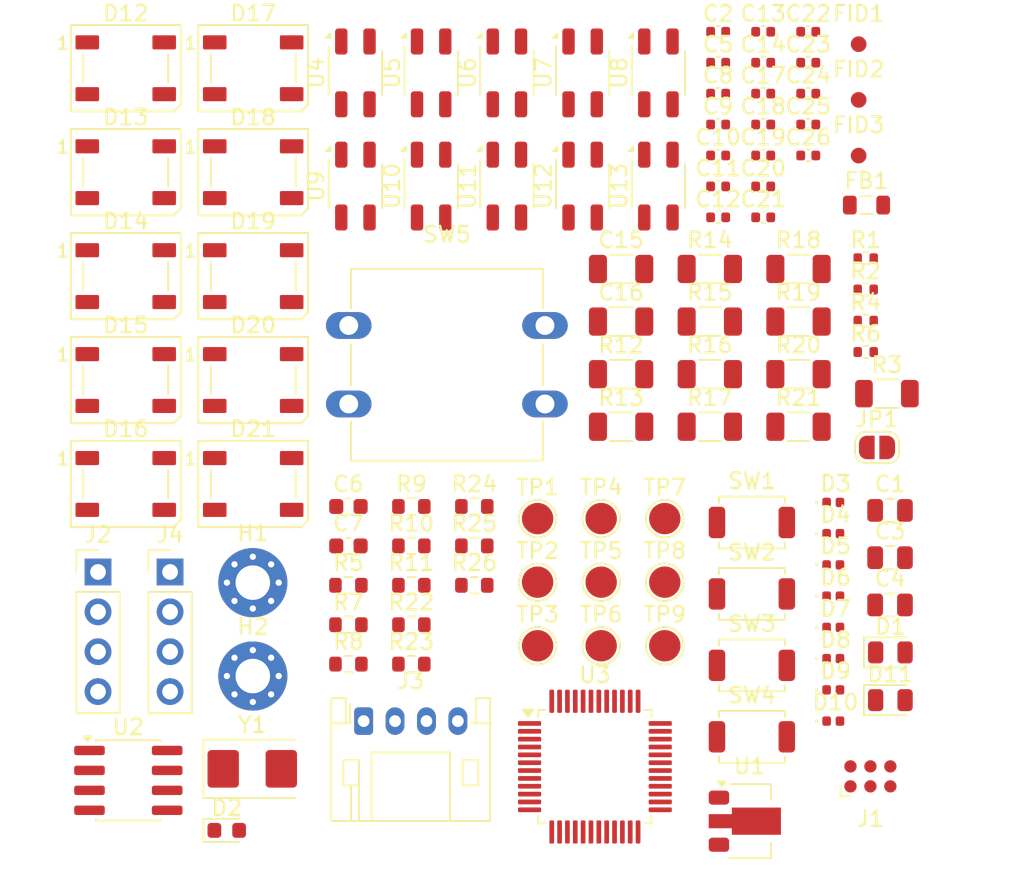
<source format=kicad_pcb>
(kicad_pcb (version 20241229) (generator "pcbnew") (generator_version "9.0")
  (layers (0 "F.Cu" signal) (2 "B.Cu" signal) (13 "F.Paste" user) (15 "B.Paste" user) (5 "F.SilkS" user "F.Silkscreen") (7 "B.SilkS" user "B.Silkscreen") (1 "F.Mask" user) (3 "B.Mask" user) (25 "Edge.Cuts" user))
  (net 0 "")
  (net 1 "+5V")
  (net 2 "GND")
  (net 3 "+3V3")
  (net 4 "/NRST")
  (net 5 "/XTAL_I")
  (net 6 "/XTAL_RO")
  (net 7 "Net-(U3-VDDA)")
  (net 8 "/LS1")
  (net 9 "/LS2")
  (net 10 "/LS3")
  (net 11 "/LS4")
  (net 12 "/LS5")
  (net 13 "/LS6")
  (net 14 "/LS7")
  (net 15 "/LS8")
  (net 16 "/LS9")
  (net 17 "/LS10")
  (net 18 "Net-(D1-A)")
  (net 19 "Net-(D2-A)")
  (net 20 "/SWO")
  (net 21 "/SWDIO")
  (net 22 "/SWCLK")
  (net 23 "/CANL")
  (net 24 "/CANH")
  (net 25 "Net-(D11-A)")
  (net 26 "/RGB1")
  (net 27 "Net-(D12-DOUT)")
  (net 28 "/RGB2")
  (net 29 "Net-(D13-DOUT)")
  (net 30 "Net-(D14-DOUT)")
  (net 31 "Net-(D15-DOUT)")
  (net 32 "Net-(D16-DOUT)")
  (net 33 "Net-(D17-DOUT)")
  (net 34 "Net-(D18-DOUT)")
  (net 35 "Net-(D19-DOUT)")
  (net 38 "Net-(J2-Pin_3)")
  (net 39 "Net-(J2-Pin_1)")
  (net 40 "Net-(J2-Pin_2)")
  (net 41 "Net-(J2-Pin_4)")
  (net 42 "/U0RXD")
  (net 43 "/U0TXD")
  (net 44 "Net-(JP1-B)")
  (net 45 "/BOOT")
  (net 46 "/XTAL_O")
  (net 47 "Net-(U3-PA15)")
  (net 48 "Net-(U4-A)")
  (net 49 "Net-(U5-A)")
  (net 50 "Net-(U6-A)")
  (net 51 "Net-(U7-A)")
  (net 52 "Net-(U8-A)")
  (net 53 "Net-(U9-A)")
  (net 54 "Net-(U10-A)")
  (net 55 "Net-(U11-A)")
  (net 56 "Net-(U12-A)")
  (net 57 "Net-(U13-A)")
  (net 58 "/BTN1")
  (net 59 "/BTN2")
  (net 60 "/CAN_RX")
  (net 61 "/CAN_TX")
  (net 72 "/EMS")
  (footprint "Capacitor_SMD:C_0402_1005Metric" (layer "F.Cu") (at 84.285 141.28)
    (property "Reference" "C8" (at 0 -1.16 0) (layer "F.SilkS"))
    (property "Value" "0u1")
    (pad "1" smd roundrect (at -0.48 0) (size 0.56 0.62) (layers "F.Cu" "F.Mask" "F.Paste") (net 3 "+3V3"))
    (pad "2" smd roundrect (at 0.48 0) (size 0.56 0.62) (layers "F.Cu" "F.Mask" "F.Paste") (net 2 "GND"))
  )
  (footprint "Button_Switch_SMD:SW_SPST_TS-1088-xR020" (layer "F.Cu") (at 86.435 173.15)
    (property "Reference" "SW2" (at 0 -2.65 0) (layer "F.SilkS"))
    (property "Value" "SW_Push")
    (pad "1" smd roundrect (at -2.225 0) (size 1.05 2) (layers "F.Cu" "F.Mask" "F.Paste") (roundrect_rratio 0.2380952381) (net 2 "GND"))
    (pad "2" smd roundrect (at 2.225 0) (size 1.05 2) (layers "F.Cu" "F.Mask" "F.Paste") (roundrect_rratio 0.2380952381) (net 58 "/BTN1"))
  )
  (footprint "Resistor_SMD:R_0603_1608Metric" (layer "F.Cu") (at 64.745 172.6)
    (property "Reference" "R11" (at 0 -1.43 0) (layer "F.SilkS"))
    (property "Value" "2k")
    (pad "1" smd roundrect (at -0.825 0) (size 0.8 0.95) (layers "F.Cu" "F.Mask" "F.Paste") (net 3 "+3V3"))
    (pad "2" smd roundrect (at 0.825 0) (size 0.8 0.95) (layers "F.Cu" "F.Mask" "F.Paste") (net 12 "/LS5"))
  )
  (footprint "LED_SMD:LED_0603_1608Metric" (layer "F.Cu") (at 52.985 188.21)
    (property "Reference" "D2" (at 0 -1.43 0) (layer "F.SilkS"))
    (property "Value" "WHITE")
    (pad "1" smd roundrect (at -0.7875 0) (size 0.875 0.95) (layers "F.Cu" "F.Mask" "F.Paste") (net 2 "GND"))
    (pad "2" smd roundrect (at 0.7875 0) (size 0.875 0.95) (layers "F.Cu" "F.Mask" "F.Paste") (net 19 "Net-(D2-A)"))
  )
  (footprint "Capacitor_SMD:C_0805_2012Metric" (layer "F.Cu") (at 95.235 173.85)
    (property "Reference" "C4" (at 0 -1.68 0) (layer "F.SilkS"))
    (property "Value" "10u")
    (pad "1" smd roundrect (at -0.95 0) (size 1 1.45) (layers "F.Cu" "F.Mask" "F.Paste") (net 3 "+3V3"))
    (pad "2" smd roundrect (at 0.95 0) (size 1 1.45) (layers "F.Cu" "F.Mask" "F.Paste") (net 2 "GND"))
  )
  (footprint "Connector:Tag-Connect_TC2030-IDC-NL_2x03_P1.27mm_Vertical" (layer "F.Cu") (at 93.985 184.77)
    (property "Reference" "J1" (at 0 2.7 0) (layer "F.SilkS"))
    (property "Value" "TC2030")
    (pad "" np_thru_hole circle (at -2.54 0) (size 0.9906 0.9906) (drill 0.9906) (layers "*.Cu" "*.Mask"))
    (pad "" np_thru_hole circle (at 2.54 -1.016) (size 0.9906 0.9906) (drill 0.9906) (layers "*.Cu" "*.Mask"))
    (pad "" np_thru_hole circle (at 2.54 1.016) (size 0.9906 0.9906) (drill 0.9906) (layers "*.Cu" "*.Mask"))
    (pad "1" connect circle (at -1.27 0.635) (size 0.7874 0.7874) (layers "F.Cu" "F.Mask") (net 3 "+3V3"))
    (pad "2" connect circle (at -1.27 -0.635) (size 0.7874 0.7874) (layers "F.Cu" "F.Mask") (net 21 "/SWDIO"))
    (pad "3" connect circle (at 0 0.635) (size 0.7874 0.7874) (layers "F.Cu" "F.Mask") (net 4 "/NRST"))
    (pad "4" connect circle (at 0 -0.635) (size 0.7874 0.7874) (layers "F.Cu" "F.Mask") (net 22 "/SWCLK"))
    (pad "5" connect circle (at 1.27 0.635) (size 0.7874 0.7874) (layers "F.Cu" "F.Mask") (net 2 "GND"))
    (pad "6" connect circle (at 1.27 -0.635) (size 0.7874 0.7874) (layers "F.Cu" "F.Mask") (net 20 "/SWO"))
  )
  (footprint "Capacitor_SMD:C_1206_3216Metric" (layer "F.Cu") (at 83.755 152.45)
    (property "Reference" "R14" (at 0 -1.85 0) (layer "F.SilkS"))
    (property "Value" "100")
    (pad "1" smd roundrect (at -1.475 0) (size 1.15 1.8) (layers "F.Cu" "F.Mask" "F.Paste") (roundrect_rratio 0.217391) (net 50 "Net-(U6-A)"))
    (pad "2" smd roundrect (at 1.475 0) (size 1.15 1.8) (layers "F.Cu" "F.Mask" "F.Paste") (roundrect_rratio 0.217391) (net 1 "+5V"))
  )
  (footprint "Capacitor_SMD:C_0402_1005Metric" (layer "F.Cu") (at 84.285 137.34)
    (property "Reference" "C2" (at 0 -1.16 0) (layer "F.SilkS"))
    (property "Value" "0u1")
    (pad "1" smd roundrect (at -0.48 0) (size 0.56 0.62) (layers "F.Cu" "F.Mask" "F.Paste") (net 3 "+3V3"))
    (pad "2" smd roundrect (at 0.48 0) (size 0.56 0.62) (layers "F.Cu" "F.Mask" "F.Paste") (net 2 "GND"))
  )
  (footprint "LED_SMD:LED_WS2812B_PLCC4_5.0x5.0mm_P3.2mm" (layer "F.Cu") (at 46.55 159.525)
    (property "Reference" "D15" (at 0 -3.5 0) (layer "F.SilkS"))
    (property "Value" "WS2812B")
    (fp_text user "1" (at -4 -1.6 0) (layer "F.SilkS") (effects (font (size 0.8 0.8))))
    (pad "1" smd roundrect (at -2.45 -1.65) (size 1.5 0.9) (layers "F.Cu" "F.Mask" "F.Paste") (roundrect_rratio 0.1) (net 1 "+5V"))
    (pad "2" smd roundrect (at -2.45 1.65) (size 1.5 0.9) (layers "F.Cu" "F.Mask" "F.Paste") (roundrect_rratio 0.1) (net 31 "Net-(D15-DOUT)"))
    (pad "3" smd roundrect (at 2.45 1.65) (size 1.5 0.9) (layers "F.Cu" "F.Mask" "F.Paste") (roundrect_rratio 0.1) (net 2 "GND"))
    (pad "4" smd roundrect (at 2.45 -1.65) (size 1.5 0.9) (layers "F.Cu" "F.Mask" "F.Paste") (roundrect_rratio 0.1) (net 29 "Net-(D13-DOUT)"))
  )
  (footprint "LED_SMD:LED_WS2812B_PLCC4_5.0x5.0mm_P3.2mm" (layer "F.Cu") (at 54.67 146.285)
    (property "Reference" "D18" (at 0 -3.5 0) (layer "F.SilkS"))
    (property "Value" "WS2812B")
    (fp_text user "1" (at -4 -1.6 0) (layer "F.SilkS") (effects (font (size 0.8 0.8))))
    (pad "1" smd roundrect (at -2.45 -1.65) (size 1.5 0.9) (layers "F.Cu" "F.Mask" "F.Paste") (roundrect_rratio 0.1) (net 1 "+5V"))
    (pad "2" smd roundrect (at -2.45 1.65) (size 1.5 0.9) (layers "F.Cu" "F.Mask" "F.Paste") (roundrect_rratio 0.1) (net 34 "Net-(D18-DOUT)"))
    (pad "3" smd roundrect (at 2.45 1.65) (size 1.5 0.9) (layers "F.Cu" "F.Mask" "F.Paste") (roundrect_rratio 0.1) (net 2 "GND"))
    (pad "4" smd roundrect (at 2.45 -1.65) (size 1.5 0.9) (layers "F.Cu" "F.Mask" "F.Paste") (roundrect_rratio 0.1) (net 32 "Net-(D16-DOUT)"))
  )
  (footprint "Capacitor_SMD:C_0805_2012Metric" (layer "F.Cu") (at 95.235 170.84)
    (property "Reference" "C3" (at 0 -1.68 0) (layer "F.SilkS"))
    (property "Value" "10u")
    (pad "1" smd roundrect (at -0.95 0) (size 1 1.45) (layers "F.Cu" "F.Mask" "F.Paste") (net 3 "+3V3"))
    (pad "2" smd roundrect (at 0.95 0) (size 1 1.45) (layers "F.Cu" "F.Mask" "F.Paste") (net 2 "GND"))
  )
  (footprint "Capacitor_SMD:C_0402_1005Metric" (layer "F.Cu") (at 87.155 145.22)
    (property "Reference" "C19" (at 0 -1.16 0) (layer "F.SilkS"))
    (property "Value" "0u1")
    (pad "1" smd roundrect (at -0.48 0) (size 0.56 0.62) (layers "F.Cu" "F.Mask" "F.Paste") (net 10 "/LS3"))
    (pad "2" smd roundrect (at 0.48 0) (size 0.56 0.62) (layers "F.Cu" "F.Mask" "F.Paste") (net 2 "GND"))
  )
  (footprint "Capacitor_SMD:C_0402_1005Metric" (layer "F.Cu") (at 84.285 139.31)
    (property "Reference" "C5" (at 0 -1.16 0) (layer "F.SilkS"))
    (property "Value" "0u1")
    (pad "1" smd roundrect (at -0.48 0) (size 0.56 0.62) (layers "F.Cu" "F.Mask" "F.Paste") (net 4 "/NRST"))
    (pad "2" smd roundrect (at 0.48 0) (size 0.56 0.62) (layers "F.Cu" "F.Mask" "F.Paste") (net 2 "GND"))
  )
  (footprint "Resistor_SMD:R_0603_1608Metric" (layer "F.Cu") (at 64.745 175.11)
    (property "Reference" "R22" (at 0 -1.43 0) (layer "F.SilkS"))
    (property "Value" "2k")
    (pad "1" smd roundrect (at -0.825 0) (size 0.8 0.95) (layers "F.Cu" "F.Mask" "F.Paste") (net 3 "+3V3"))
    (pad "2" smd roundrect (at 0.825 0) (size 0.8 0.95) (layers "F.Cu" "F.Mask" "F.Paste") (net 13 "/LS6"))
  )
  (footprint "Fiducial:Fiducial_1mm_Mask2mm" (layer "F.Cu") (at 93.235 141.68)
    (property "Reference" "FID2" (at 0 -1.95 0) (layer "F.SilkS"))
    (property "Value" "Fiducial")
    (pad "" smd circle (at 0 0) (size 1 1) (layers "F.Cu" "F.Mask") (clearance 0.6))
  )
  (footprint "LED_SMD:LED_WS2812B_PLCC4_5.0x5.0mm_P3.2mm" (layer "F.Cu") (at 46.55 152.905)
    (property "Reference" "D14" (at 0 -3.5 0) (layer "F.SilkS"))
    (property "Value" "WS2812B")
    (fp_text user "1" (at -4 -1.6 0) (layer "F.SilkS") (effects (font (size 0.8 0.8))))
    (pad "1" smd roundrect (at -2.45 -1.65) (size 1.5 0.9) (layers "F.Cu" "F.Mask" "F.Paste") (roundrect_rratio 0.1) (net 1 "+5V"))
    (pad "2" smd roundrect (at -2.45 1.65) (size 1.5 0.9) (layers "F.Cu" "F.Mask" "F.Paste") (roundrect_rratio 0.1) (net 30 "Net-(D14-DOUT)"))
    (pad "3" smd roundrect (at 2.45 1.65) (size 1.5 0.9) (layers "F.Cu" "F.Mask" "F.Paste") (roundrect_rratio 0.1) (net 2 "GND"))
    (pad "4" smd roundrect (at 2.45 -1.65) (size 1.5 0.9) (layers "F.Cu" "F.Mask" "F.Paste") (roundrect_rratio 0.1) (net 27 "Net-(D12-DOUT)"))
  )
  (footprint "Capacitor_SMD:C_1206_3216Metric" (layer "F.Cu") (at 89.405 155.8)
    (property "Reference" "R19" (at 0 -1.85 0) (layer "F.SilkS"))
    (property "Value" "100")
    (pad "1" smd roundrect (at -1.475 0) (size 1.15 1.8) (layers "F.Cu" "F.Mask" "F.Paste") (roundrect_rratio 0.217391) (net 55 "Net-(U11-A)"))
    (pad "2" smd roundrect (at 1.475 0) (size 1.15 1.8) (layers "F.Cu" "F.Mask" "F.Paste") (roundrect_rratio 0.217391) (net 1 "+5V"))
  )
  (footprint "OptoDevice:OnSemi_CASE100CY" (layer "F.Cu") (at 61.18 139.96)
    (property "Reference" "U4" (at -2.5 0 90) (layer "F.SilkS"))
    (property "Value" "QRE1113GR")
    (pad "1" smd roundrect (at -0.9 -2) (size 0.79 1.66) (layers "F.Cu" "F.Mask" "F.Paste") (net 48 "Net-(U4-A)"))
    (pad "2" smd roundrect (at -0.9 2) (size 0.79 1.66) (layers "F.Cu" "F.Mask" "F.Paste") (net 2 "GND"))
    (pad "3" smd roundrect (at 0.9 2) (size 0.79 1.66) (layers "F.Cu" "F.Mask" "F.Paste") (net 8 "/LS1"))
    (pad "4" smd roundrect (at 0.9 -2) (size 0.79 1.66) (layers "F.Cu" "F.Mask" "F.Paste") (net 2 "GND"))
  )
  (footprint "Resistor_SMD:R_1206_3216Metric" (layer "F.Cu") (at 95.035 160.39)
    (property "Reference" "R3" (at 0 -1.83 0) (layer "F.SilkS"))
    (property "Value" "120")
    (pad "1" smd roundrect (at -1.4625 0) (size 1.125 1.75) (layers "F.Cu" "F.Mask" "F.Paste") (roundrect_rratio 0.222222) (net 24 "/CANH"))
    (pad "2" smd roundrect (at 1.4625 0) (size 1.125 1.75) (layers "F.Cu" "F.Mask" "F.Paste") (roundrect_rratio 0.222222) (net 44 "Net-(JP1-B)"))
  )
  (footprint "OptoDevice:OnSemi_CASE100CY" (layer "F.Cu") (at 61.18 147.17)
    (property "Reference" "U9" (at -2.5 0 90) (layer "F.SilkS"))
    (property "Value" "QRE1113GR")
    (pad "1" smd roundrect (at -0.9 -2) (size 0.79 1.66) (layers "F.Cu" "F.Mask" "F.Paste") (net 53 "Net-(U9-A)"))
    (pad "2" smd roundrect (at -0.9 2) (size 0.79 1.66) (layers "F.Cu" "F.Mask" "F.Paste") (net 2 "GND"))
    (pad "3" smd roundrect (at 0.9 2) (size 0.79 1.66) (layers "F.Cu" "F.Mask" "F.Paste") (net 13 "/LS6"))
    (pad "4" smd roundrect (at 0.9 -2) (size 0.79 1.66) (layers "F.Cu" "F.Mask" "F.Paste") (net 2 "GND"))
  )
  (footprint "MountingHole:ToolingHole_1.152mm" (layer "F.Cu") (at 96.365 152)
    (property "Reference" "H3" (hide yes))
    (property "Value" "MountingHole")
    (pad "" np_thru_hole circle (at 0 0) (size 1.152 1.152) (drill 1.152) (layers "*.Cu" "*.Mask"))
  )
  (footprint "OptoDevice:OnSemi_CASE100CY" (layer "F.Cu") (at 75.655 139.96)
    (property "Reference" "U7" (at -2.5 0 90) (layer "F.SilkS"))
    (property "Value" "QRE1113GR")
    (pad "1" smd roundrect (at -0.9 -2) (size 0.79 1.66) (layers "F.Cu" "F.Mask" "F.Paste") (net 51 "Net-(U7-A)"))
    (pad "2" smd roundrect (at -0.9 2) (size 0.79 1.66) (layers "F.Cu" "F.Mask" "F.Paste") (net 2 "GND"))
    (pad "3" smd roundrect (at 0.9 2) (size 0.79 1.66) (layers "F.Cu" "F.Mask" "F.Paste") (net 11 "/LS4"))
    (pad "4" smd roundrect (at 0.9 -2) (size 0.79 1.66) (layers "F.Cu" "F.Mask" "F.Paste") (net 2 "GND"))
  )
  (footprint "Capacitor_SMD:C_0402_1005Metric" (layer "F.Cu") (at 87.155 141.28)
    (property "Reference" "C17" (at 0 -1.16 0) (layer "F.SilkS"))
    (property "Value" "0u1")
    (pad "1" smd roundrect (at -0.48 0) (size 0.56 0.62) (layers "F.Cu" "F.Mask" "F.Paste") (net 8 "/LS1"))
    (pad "2" smd roundrect (at 0.48 0) (size 0.56 0.62) (layers "F.Cu" "F.Mask" "F.Paste") (net 2 "GND"))
  )
  (footprint "LED_SMD:LED_WS2812B_PLCC4_5.0x5.0mm_P3.2mm" (layer "F.Cu") (at 54.67 166.145)
    (property "Reference" "D21" (at 0 -3.5 0) (layer "F.SilkS"))
    (property "Value" "WS2812B")
    (fp_text user "1" (at -4 -1.6 0) (layer "F.SilkS") (effects (font (size 0.8 0.8))))
    (pad "1" smd roundrect (at -2.45 -1.65) (size 1.5 0.9) (layers "F.Cu" "F.Mask" "F.Paste") (roundrect_rratio 0.1) (net 1 "+5V"))
    (pad "2" smd roundrect (at -2.45 1.65) (size 1.5 0.9) (layers "F.Cu" "F.Mask" "F.Paste") (roundrect_rratio 0.1))
    (pad "3" smd roundrect (at 2.45 1.65) (size 1.5 0.9) (layers "F.Cu" "F.Mask" "F.Paste") (roundrect_rratio 0.1) (net 2 "GND"))
    (pad "4" smd roundrect (at 2.45 -1.65) (size 1.5 0.9) (layers "F.Cu" "F.Mask" "F.Paste") (roundrect_rratio 0.1) (net 35 "Net-(D19-DOUT)"))
  )
  (footprint "TestPoint:TestPoint_Pad_D2.0mm" (layer "F.Cu") (at 76.835 172.4)
    (property "Reference" "TP5" (at 0 -1.998 0) (layer "F.SilkS"))
    (property "Value" "TestPoint")
    (pad "1" smd circle (at 0 0) (size 2 2) (layers "F.Cu" "F.Mask") (net 4 "/NRST"))
  )
  (footprint "Resistor_SMD:R_0603_1608Metric" (layer "F.Cu") (at 64.745 170.09)
    (property "Reference" "R10" (at 0 -1.43 0) (layer "F.SilkS"))
    (property "Value" "2k")
    (pad "1" smd roundrect (at -0.825 0) (size 0.8 0.95) (layers "F.Cu" "F.Mask" "F.Paste") (net 3 "+3V3"))
    (pad "2" smd roundrect (at 0.825 0) (size 0.8 0.95) (layers "F.Cu" "F.Mask" "F.Paste") (net 11 "/LS4"))
  )
  (footprint "Jumper:SolderJumper-2_P1.3mm_Open_RoundedPad1.0x1.5mm" (layer "F.Cu") (at 94.405 163.82)
    (property "Reference" "JP1" (at 0 -1.8 0) (layer "F.SilkS"))
    (property "Value" "Jumper_2_Small_Bridged")
    (pad "1" smd custom (at -0.65 0) (size 1 0.5) (layers "F.Cu" "F.Mask") (net 23 "/CANL") (options (clearance outline) (anchor rect)) (primitives (gr_circle (center 0 0.25) (end 0.5 0.25) (width 0) (fill yes)) (gr_circle (center 0 -0.25) (end 0.5 -0.25) (width 0) (fill yes)) (gr_poly (pts (xy 0.5 0.75) (xy 0 0.75) (xy 0 -0.75) (xy 0.5 -0.75)) (width 0) (fill yes))))
    (pad "2" smd custom (at 0.65 0) (size 1 0.5) (layers "F.Cu" "F.Mask") (net 44 "Net-(JP1-B)") (options (clearance outline) (anchor rect)) (primitives (gr_circle (center 0 0.25) (end 0.5 0.25) (width 0) (fill yes)) (gr_circle (center 0 -0.25) (end 0.5 -0.25) (width 0) (fill yes)) (gr_poly (pts (xy 0 0.75) (xy -0.5 0.75) (xy -0.5 -0.75) (xy 0 -0.75)) (width 0) (fill yes))))
  )
  (footprint "TestPoint:TestPoint_Pad_D2.0mm" (layer "F.Cu") (at 76.835 168.35)
    (property "Reference" "TP4" (at 0 -1.998 0) (layer "F.SilkS"))
    (property "Value" "TestPoint")
    (pad "1" smd circle (at 0 0) (size 2 2) (layers "F.Cu" "F.Mask") (net 17 "/LS10"))
  )
  (footprint "Crystal:Crystal_SMD_5032-2Pin_5.0x3.2mm" (layer "F.Cu") (at 54.61 184.29)
    (property "Reference" "Y1" (at 0 -2.8 0) (layer "F.SilkS"))
    (property "Value" "8M")
    (pad "1" smd roundrect (at -1.85 0) (size 2 2.4) (layers "F.Cu" "F.Mask" "F.Paste") (roundrect_rratio 0.125) (net 6 "/XTAL_RO"))
    (pad "2" smd roundrect (at 1.85 0) (size 2 2.4) (layers "F.Cu" "F.Mask" "F.Paste") (roundrect_rratio 0.125) (net 5 "/XTAL_I"))
  )
  (footprint "Connector_PinHeader_2.54mm:PinHeader_1x04_P2.54mm_Vertical" (layer "F.Cu") (at 49.375 171.75)
    (property "Reference" "J4" (at 0 -2.38 0) (layer "F.SilkS"))
    (property "Value" "Conn_01x04_Pin")
    (pad "1" thru_hole rect (at 0 0) (size 1.7 1.7) (drill 1) (layers "*.Cu" "*.Mask") (net 3 "+3V3"))
    (pad "2" thru_hole circle (at 0 2.54) (size 1.7 1.7) (drill 1) (layers "*.Cu" "*.Mask") (net 42 "/U0RXD"))
    (pad "3" thru_hole circle (at 0 5.08) (size 1.7 1.7) (drill 1) (layers "*.Cu" "*.Mask") (net 2 "GND"))
    (pad "4" thru_hole circle (at 0 7.62) (size 1.7 1.7) (drill 1) (layers "*.Cu" "*.Mask") (net 43 "/U0TXD"))
  )
  (footprint "Package_QFP:LQFP-48_7x7mm_P0.5mm" (layer "F.Cu") (at 76.435 184.15)
    (property "Reference" "U3" (at 0 -5.85 0) (layer "F.SilkS"))
    (property "Value" "STM32F103C8Tx")
    (pad "1" smd roundrect (at -4.1625 -2.75) (size 1.475 0.3) (layers "F.Cu" "F.Mask" "F.Paste") (net 3 "+3V3"))
    (pad "2" smd roundrect (at -4.1625 -2.25) (size 1.475 0.3) (layers "F.Cu" "F.Mask" "F.Paste"))
    (pad "3" smd roundrect (at -4.1625 -1.75) (size 1.475 0.3) (layers "F.Cu" "F.Mask" "F.Paste"))
    (pad "4" smd roundrect (at -4.1625 -1.25) (size 1.475 0.3) (layers "F.Cu" "F.Mask" "F.Paste"))
    (pad "5" smd roundrect (at -4.1625 -0.75) (size 1.475 0.3) (layers "F.Cu" "F.Mask" "F.Paste") (net 5 "/XTAL_I"))
    (pad "6" smd roundrect (at -4.1625 -0.25) (size 1.475 0.3) (layers "F.Cu" "F.Mask" "F.Paste") (net 46 "/XTAL_O"))
    (pad "7" smd roundrect (at -4.1625 0.25) (size 1.475 0.3) (layers "F.Cu" "F.Mask" "F.Paste") (net 4 "/NRST"))
    (pad "8" smd roundrect (at -4.1625 0.75) (size 1.475 0.3) (layers "F.Cu" "F.Mask" "F.Paste") (net 2 "GND"))
    (pad "9" smd roundrect (at -4.1625 1.25) (size 1.475 0.3) (layers "F.Cu" "F.Mask" "F.Paste") (net 7 "Net-(U3-VDDA)"))
    (pad "10" smd roundrect (at -4.1625 1.75) (size 1.475 0.3) (layers "F.Cu" "F.Mask" "F.Paste") (net 8 "/LS1"))
    (pad "11" smd roundrect (at -4.1625 2.25) (size 1.475 0.3) (layers "F.Cu" "F.Mask" "F.Paste") (net 9 "/LS2"))
    (pad "12" smd roundrect (at -4.1625 2.75) (size 1.475 0.3) (layers "F.Cu" "F.Mask" "F.Paste") (net 10 "/LS3"))
    (pad "13" smd roundrect (at -2.75 4.1625) (size 0.3 1.475) (layers "F.Cu" "F.Mask" "F.Paste") (net 11 "/LS4"))
    (pad "14" smd roundrect (at -2.25 4.1625) (size 0.3 1.475) (layers "F.Cu" "F.Mask" "F.Paste") (net 12 "/LS5"))
    (pad "15" smd roundrect (at -1.75 4.1625) (size 0.3 1.475) (layers "F.Cu" "F.Mask" "F.Paste") (net 13 "/LS6"))
    (pad "16" smd roundrect (at -1.25 4.1625) (size 0.3 1.475) (layers "F.Cu" "F.Mask" "F.Paste") (net 14 "/LS7"))
    (pad "17" smd roundrect (at -0.75 4.1625) (size 0.3 1.475) (layers "F.Cu" "F.Mask" "F.Paste") (net 15 "/LS8"))
    (pad "18" smd roundrect (at -0.25 4.1625) (size 0.3 1.475) (layers "F.Cu" "F.Mask" "F.Paste") (net 16 "/LS9"))
    (pad "19" smd roundrect (at 0.25 4.1625) (size 0.3 1.475) (layers "F.Cu" "F.Mask" "F.Paste") (net 17 "/LS10"))
    (pad "20" smd roundrect (at 0.75 4.1625) (size 0.3 1.475) (layers "F.Cu" "F.Mask" "F.Paste"))
    (pad "21" smd roundrect (at 1.25 4.1625) (size 0.3 1.475) (layers "F.Cu" "F.Mask" "F.Paste") (net 38 "Net-(J2-Pin_3)"))
    (pad "22" smd roundrect (at 1.75 4.1625) (size 0.3 1.475) (layers "F.Cu" "F.Mask" "F.Paste") (net 41 "Net-(J2-Pin_4)"))
    (pad "23" smd roundrect (at 2.25 4.1625) (size 0.3 1.475) (layers "F.Cu" "F.Mask" "F.Paste") (net 2 "GND"))
    (pad "24" smd roundrect (at 2.75 4.1625) (size 0.3 1.475) (layers "F.Cu" "F.Mask" "F.Paste") (net 3 "+3V3"))
    (pad "25" smd roundrect (at 4.1625 2.75) (size 1.475 0.3) (layers "F.Cu" "F.Mask" "F.Paste") (net 26 "/RGB1"))
    (pad "26" smd roundrect (at 4.1625 2.25) (size 1.475 0.3) (layers "F.Cu" "F.Mask" "F.Paste") (net 28 "/RGB2"))
    (pad "27" smd roundrect (at 4.1625 1.75) (size 1.475 0.3) (layers "F.Cu" "F.Mask" "F.Paste"))
    (pad "28" smd roundrect (at 4.1625 1.25) (size 1.475 0.3) (layers "F.Cu" "F.Mask" "F.Paste"))
    (pad "29" smd roundrect (at 4.1625 0.75) (size 1.475 0.3) (layers "F.Cu" "F.Mask" "F.Paste"))
    (pad "30" smd roundrect (at 4.1625 0.25) (size 1.475 0.3) (layers "F.Cu" "F.Mask" "F.Paste") (net 43 "/U0TXD"))
    (pad "31" smd roundrect (at 4.1625 -0.25) (size 1.475 0.3) (layers "F.Cu" "F.Mask" "F.Paste") (net 42 "/U0RXD"))
    (pad "32" smd roundrect (at 4.1625 -0.75) (size 1.475 0.3) (layers "F.Cu" "F.Mask" "F.Paste") (net 60 "/CAN_RX"))
    (pad "33" smd roundrect (at 4.1625 -1.25) (size 1.475 0.3) (layers "F.Cu" "F.Mask" "F.Paste") (net 61 "/CAN_TX"))
    (pad "34" smd roundrect (at 4.1625 -1.75) (size 1.475 0.3) (layers "F.Cu" "F.Mask" "F.Paste") (net 21 "/SWDIO"))
    (pad "35" smd roundrect (at 4.1625 -2.25) (size 1.475 0.3) (layers "F.Cu" "F.Mask" "F.Paste") (net 2 "GND"))
    (pad "36" smd roundrect (at 4.1625 -2.75) (size 1.475 0.3) (layers "F.Cu" "F.Mask" "F.Paste") (net 3 "+3V3"))
    (pad "37" smd roundrect (at 2.75 -4.1625) (size 0.3 1.475) (layers "F.Cu" "F.Mask" "F.Paste") (net 22 "/SWCLK"))
    (pad "38" smd roundrect (at 2.25 -4.1625) (size 0.3 1.475) (layers "F.Cu" "F.Mask" "F.Paste") (net 47 "Net-(U3-PA15)"))
    (pad "39" smd roundrect (at 1.75 -4.1625) (size 0.3 1.475) (layers "F.Cu" "F.Mask" "F.Paste") (net 20 "/SWO"))
    (pad "40" smd roundrect (at 1.25 -4.1625) (size 0.3 1.475) (layers "F.Cu" "F.Mask" "F.Paste"))
    (pad "41" smd roundrect (at 0.75 -4.1625) (size 0.3 1.475) (layers "F.Cu" "F.Mask" "F.Paste"))
    (pad "42" smd roundrect (at 0.25 -4.1625) (size 0.3 1.475) (layers "F.Cu" "F.Mask" "F.Paste") (net 59 "/BTN2"))
    (pad "43" smd roundrect (at -0.25 -4.1625) (size 0.3 1.475) (layers "F.Cu" "F.Mask" "F.Paste") (net 58 "/BTN1"))
    (pad "44" smd roundrect (at -0.75 -4.1625) (size 0.3 1.475) (layers "F.Cu" "F.Mask" "F.Paste") (net 45 "/BOOT"))
    (pad "45" smd roundrect (at -1.25 -4.1625) (size 0.3 1.475) (layers "F.Cu" "F.Mask" "F.Paste") (net 39 "Net-(J2-Pin_1)"))
    (pad "46" smd roundrect (at -1.75 -4.1625) (size 0.3 1.475) (layers "F.Cu" "F.Mask" "F.Paste") (net 40 "Net-(J2-Pin_2)"))
    (pad "47" smd roundrect (at -2.25 -4.1625) (size 0.3 1.475) (layers "F.Cu" "F.Mask" "F.Paste") (net 2 "GND"))
    (pad "48" smd roundrect (at -2.75 -4.1625) (size 0.3 1.475) (layers "F.Cu" "F.Mask" "F.Paste") (net 3 "+3V3"))
  )
  (footprint "Capacitor_SMD:C_1206_3216Metric" (layer "F.Cu") (at 78.105 162.5)
    (property "Reference" "R13" (at 0 -1.85 0) (layer "F.SilkS"))
    (property "Value" "100")
    (pad "1" smd roundrect (at -1.475 0) (size 1.15 1.8) (layers "F.Cu" "F.Mask" "F.Paste") (roundrect_rratio 0.217391) (net 49 "Net-(U5-A)"))
    (pad "2" smd roundrect (at 1.475 0) (size 1.15 1.8) (layers "F.Cu" "F.Mask" "F.Paste") (roundrect_rratio 0.217391) (net 1 "+5V"))
  )
  (footprint "Capacitor_SMD:C_0603_1608Metric" (layer "F.Cu") (at 60.735 170.09)
    (property "Reference" "C7" (at 0 -1.43 0) (layer "F.SilkS"))
    (property "Value" "20p")
    (pad "1" smd roundrect (at -0.775 0) (size 0.9 0.95) (layers "F.Cu" "F.Mask" "F.Paste") (net 6 "/XTAL_RO"))
    (pad "2" smd roundrect (at 0.775 0) (size 0.9 0.95) (layers "F.Cu" "F.Mask" "F.Paste") (net 2 "GND"))
  )
  (footprint "MountingHole:MountingHole_2.2mm_M2_Pad_Via" (layer "F.Cu") (at 54.645 172.43)
    (property "Reference" "H1" (at 0 -3.15 0) (layer "F.SilkS"))
    (property "Value" "MountingHole_Pad")
    (pad "1" thru_hole circle (at -1.65 0) (size 0.7 0.7) (drill 0.4) (layers "*.Cu" "*.Mask") (net 2 "GND"))
    (pad "1" thru_hole circle (at -1.166726 -1.166726) (size 0.7 0.7) (drill 0.4) (layers "*.Cu" "*.Mask") (net 2 "GND"))
    (pad "1" thru_hole circle (at -1.166726 1.166726) (size 0.7 0.7) (drill 0.4) (layers "*.Cu" "*.Mask") (net 2 "GND"))
    (pad "1" thru_hole circle (at 0 -1.65) (size 0.7 0.7) (drill 0.4) (layers "*.Cu" "*.Mask") (net 2 "GND"))
    (pad "1" thru_hole circle (at 0 0) (size 4.4 4.4) (drill 2.2) (layers "*.Cu" "*.Mask") (net 2 "GND"))
    (pad "1" thru_hole circle (at 0 1.65) (size 0.7 0.7) (drill 0.4) (layers "*.Cu" "*.Mask") (net 2 "GND"))
    (pad "1" thru_hole circle (at 1.166726 -1.166726) (size 0.7 0.7) (drill 0.4) (layers "*.Cu" "*.Mask") (net 2 "GND"))
    (pad "1" thru_hole circle (at 1.166726 1.166726) (size 0.7 0.7) (drill 0.4) (layers "*.Cu" "*.Mask") (net 2 "GND"))
    (pad "1" thru_hole circle (at 1.65 0) (size 0.7 0.7) (drill 0.4) (layers "*.Cu" "*.Mask") (net 2 "GND"))
  )
  (footprint "Capacitor_SMD:C_0402_1005Metric" (layer "F.Cu") (at 87.155 139.31)
    (property "Reference" "C14" (at 0 -1.16 0) (layer "F.SilkS"))
    (property "Value" "10n")
    (pad "1" smd roundrect (at -0.48 0) (size 0.56 0.62) (layers "F.Cu" "F.Mask" "F.Paste") (net 7 "Net-(U3-VDDA)"))
    (pad "2" smd roundrect (at 0.48 0) (size 0.56 0.62) (layers "F.Cu" "F.Mask" "F.Paste") (net 2 "GND"))
  )
  (footprint "GLCS:Diode_DFN1006" (layer "F.Cu") (at 91.62 173.29)
    (property "Reference" "D6" (at 0.14 -1.2 0) (layer "F.SilkS"))
    (property "Value" "H5VU10U")
    (pad "1" smd roundrect (at -0.425 0) (size 0.55 0.6) (layers "F.Cu" "F.Mask" "F.Paste") (net 4 "/NRST"))
    (pad "2" smd roundrect (at 0.425 0) (size 0.55 0.6) (layers "F.Cu" "F.Mask" "F.Paste") (net 2 "GND"))
  )
  (footprint "Button_Switch_THT:SW_SPST_Omron_B3F-40xx" (layer "F.Cu") (at 60.755 156.05)
    (property "Reference" "SW5" (at 6.25 -5.8 0) (layer "F.SilkS"))
    (property "Value" "SW_Push")
    (pad "" np_thru_hole circle (at 6.25 -2) (size 1.8 1.8) (drill 1.8) (layers "*.Cu" "*.Mask"))
    (pad "" np_thru_hole circle (at 6.25 7) (size 1.8 1.8) (drill 1.8) (layers "*.Cu" "*.Mask"))
    (pad "1" thru_hole oval (at 0 0) (size 2.9 1.7) (drill 1.2) (layers "*.Cu" "*.Mask") (net 2 "GND"))
    (pad "1" thru_hole oval (at 12.5 0) (size 2.9 1.7) (drill 1.2) (layers "*.Cu" "*.Mask") (net 2 "GND"))
    (pad "2" thru_hole oval (at 0 5) (size 2.9 1.7) (drill 1.2) (layers "*.Cu" "*.Mask") (net 72 "/EMS"))
    (pad "2" thru_hole oval (at 12.5 5) (size 2.9 1.7) (drill 1.2) (layers "*.Cu" "*.Mask") (net 72 "/EMS"))
  )
  (footprint "Button_Switch_SMD:SW_SPST_TS-1088-xR020" (layer "F.Cu") (at 86.435 177.7)
    (property "Reference" "SW3" (at 0 -2.65 0) (layer "F.SilkS"))
    (property "Value" "SW_Push")
    (pad "1" smd roundrect (at -2.225 0) (size 1.05 2) (layers "F.Cu" "F.Mask" "F.Paste") (roundrect_rratio 0.2380952381) (net 2 "GND"))
    (pad "2" smd roundrect (at 2.225 0) (size 1.05 2) (layers "F.Cu" "F.Mask" "F.Paste") (roundrect_rratio 0.2380952381) (net 59 "/BTN2"))
  )
  (footprint "OptoDevice:OnSemi_CASE100CY" (layer "F.Cu") (at 75.655 147.17)
    (property "Reference" "U12" (at -2.5 0 90) (layer "F.SilkS"))
    (property "Value" "QRE1113GR")
    (pad "1" smd roundrect (at -0.9 -2) (size 0.79 1.66) (layers "F.Cu" "F.Mask" "F.Paste") (net 56 "Net-(U12-A)"))
    (pad "2" smd roundrect (at -0.9 2) (size 0.79 1.66) (layers "F.Cu" "F.Mask" "F.Paste") (net 2 "GND"))
    (pad "3" smd roundrect (at 0.9 2) (size 0.79 1.66) (layers "F.Cu" "F.Mask" "F.Paste") (net 16 "/LS9"))
    (pad "4" smd roundrect (at 0.9 -2) (size 0.79 1.66) (layers "F.Cu" "F.Mask" "F.Paste") (net 2 "GND"))
  )
  (footprint "Package_SO:SOIC-8_3.9x4.9mm_P1.27mm" (layer "F.Cu") (at 46.715 185.025)
    (property "Reference" "U2" (at 0 -3.4 0) (layer "F.SilkS"))
    (property "Value" "SN65HVD230")
    (pad "1" smd roundrect (at -2.475 -1.905) (size 1.95 0.6) (layers "F.Cu" "F.Mask" "F.Paste") (net 61 "/CAN_TX"))
    (pad "2" smd roundrect (at -2.475 -0.635) (size 1.95 0.6) (layers "F.Cu" "F.Mask" "F.Paste") (net 2 "GND"))
    (pad "3" smd roundrect (at -2.475 0.635) (size 1.95 0.6) (layers "F.Cu" "F.Mask" "F.Paste") (net 3 "+3V3"))
    (pad "4" smd roundrect (at -2.475 1.905) (size 1.95 0.6) (layers "F.Cu" "F.Mask" "F.Paste") (net 60 "/CAN_RX"))
    (pad "5" smd roundrect (at 2.475 1.905) (size 1.95 0.6) (layers "F.Cu" "F.Mask" "F.Paste"))
    (pad "6" smd roundrect (at 2.475 0.635) (size 1.95 0.6) (layers "F.Cu" "F.Mask" "F.Paste") (net 23 "/CANL"))
    (pad "7" smd roundrect (at 2.475 -0.635) (size 1.95 0.6) (layers "F.Cu" "F.Mask" "F.Paste") (net 24 "/CANH"))
    (pad "8" smd roundrect (at 2.475 -1.905) (size 1.95 0.6) (layers "F.Cu" "F.Mask" "F.Paste") (net 2 "GND"))
  )
  (footprint "Capacitor_SMD:C_0402_1005Metric" (layer "F.Cu") (at 87.155 137.34)
    (property "Reference" "C13" (at 0 -1.16 0) (layer "F.SilkS"))
    (property "Value" "1u")
    (pad "1" smd roundrect (at -0.48 0) (size 0.56 0.62) (layers "F.Cu" "F.Mask" "F.Paste") (net 7 "Net-(U3-VDDA)"))
    (pad "2" smd roundrect (at 0.48 0) (size 0.56 0.62) (layers "F.Cu" "F.Mask" "F.Paste") (net 2 "GND"))
  )
  (footprint "GLCS:Diode_DFN1006" (layer "F.Cu") (at 91.62 179.26)
    (property "Reference" "D9" (at 0.14 -1.2 0) (layer "F.SilkS"))
    (property "Value" "H5VU10U")
    (pad "1" smd roundrect (at -0.425 0) (size 0.55 0.6) (layers "F.Cu" "F.Mask" "F.Paste") (net 23 "/CANL"))
    (pad "2" smd roundrect (at 0.425 0) (size 0.55 0.6) (layers "F.Cu" "F.Mask" "F.Paste") (net 2 "GND"))
  )
  (footprint "Capacitor_SMD:C_1206_3216Metric" (layer "F.Cu") (at 89.405 162.5)
    (property "Reference" "R21" (at 0 -1.85 0) (layer "F.SilkS"))
    (property "Value" "100")
    (pad "1" smd roundrect (at -1.475 0) (size 1.15 1.8) (layers "F.Cu" "F.Mask" "F.Paste") (roundrect_rratio 0.217391) (net 57 "Net-(U13-A)"))
    (pad "2" smd roundrect (at 1.475 0) (size 1.15 1.8) (layers "F.Cu" "F.Mask" "F.Paste") (roundrect_rratio 0.217391) (net 1 "+5V"))
  )
  (footprint "Inductor_SMD:L_0805_2012Metric" (layer "F.Cu") (at 93.735 148.38)
    (property "Reference" "FB1" (at 0 -1.55 0) (layer "F.SilkS"))
    (property "Value" "600Ω@100M")
    (pad "1" smd roundrect (at -1.0625 0) (size 0.875 1.2) (layers "F.Cu" "F.Mask" "F.Paste") (net 7 "Net-(U3-VDDA)"))
    (pad "2" smd roundrect (at 1.0625 0) (size 0.875 1.2) (layers "F.Cu" "F.Mask" "F.Paste") (net 3 "+3V3"))
  )
  (footprint "LED_SMD:LED_WS2812B_PLCC4_5.0x5.0mm_P3.2mm" (layer "F.Cu") (at 46.55 166.145)
    (property "Reference" "D16" (at 0 -3.5 0) (layer "F.SilkS"))
    (property "Value" "WS2812B")
    (fp_text user "1" (at -4 -1.6 0) (layer "F.SilkS") (effects (font (size 0.8 0.8))))
    (pad "1" smd roundrect (at -2.45 -1.65) (size 1.5 0.9) (layers "F.Cu" "F.Mask" "F.Paste") (roundrect_rratio 0.1) (net 1 "+5V"))
    (pad "2" smd roundrect (at -2.45 1.65) (size 1.5 0.9) (layers "F.Cu" "F.Mask" "F.Paste") (roundrect_rratio 0.1) (net 32 "Net-(D16-DOUT)"))
    (pad "3" smd roundrect (at 2.45 1.65) (size 1.5 0.9) (layers "F.Cu" "F.Mask" "F.Paste") (roundrect_rratio 0.1) (net 2 "GND"))
    (pad "4" smd roundrect (at 2.45 -1.65) (size 1.5 0.9) (layers "F.Cu" "F.Mask" "F.Paste") (roundrect_rratio 0.1) (net 30 "Net-(D14-DOUT)"))
  )
  (footprint "TestPoint:TestPoint_Pad_D2.0mm" (layer "F.Cu") (at 80.885 176.45)
    (property "Reference" "TP9" (at 0 -1.998 0) (layer "F.SilkS"))
    (property "Value" "TestPoint")
    (pad "1" smd circle (at 0 0) (size 2 2) (layers "F.Cu" "F.Mask") (net 28 "/RGB2"))
  )
  (footprint "Resistor_SMD:R_0603_1608Metric" (layer "F.Cu") (at 64.745 177.62)
    (property "Reference" "R23" (at 0 -1.43 0) (layer "F.SilkS"))
    (property "Value" "2k")
    (pad "1" smd roundrect (at -0.825 0) (size 0.8 0.95) (layers "F.Cu" "F.Mask" "F.Paste") (net 3 "+3V3"))
    (pad "2" smd roundrect (at 0.825 0) (size 0.8 0.95) (layers "F.Cu" "F.Mask" "F.Paste") (net 14 "/LS7"))
  )
  (footprint "Connector_PinHeader_2.54mm:PinHeader_1x04_P2.54mm_Vertical" (layer "F.Cu") (at 44.785 171.75)
    (property "Reference" "J2" (at 0 -2.38 0) (layer "F.SilkS"))
    (property "Value" "Conn_01x04_Pin")
    (pad "1" thru_hole rect (at 0 0) (size 1.7 1.7) (drill 1) (layers "*.Cu" "*.Mask") (net 39 "Net-(J2-Pin_1)"))
    (pad "2" thru_hole circle (at 0 2.54) (size 1.7 1.7) (drill 1) (layers "*.Cu" "*.Mask") (net 40 "Net-(J2-Pin_2)"))
    (pad "3" thru_hole circle (at 0 5.08) (size 1.7 1.7) (drill 1) (layers "*.Cu" "*.Mask") (net 38 "Net-(J2-Pin_3)"))
    (pad "4" thru_hole circle (at 0 7.62) (size 1.7 1.7) (drill 1) (layers "*.Cu" "*.Mask") (net 41 "Net-(J2-Pin_4)"))
  )
  (footprint "Capacitor_SMD:C_0402_1005Metric" (layer "F.Cu") (at 87.155 149.16)
    (property "Reference" "C21" (at 0 -1.16 0) (layer "F.SilkS"))
    (property "Value" "0u1")
    (pad "1" smd roundrect (at -0.48 0) (size 0.56 0.62) (layers "F.Cu" "F.Mask" "F.Paste") (net 12 "/LS5"))
    (pad "2" smd roundrect (at 0.48 0) (size 0.56 0.62) (layers "F.Cu" "F.Mask" "F.Paste") (net 2 "GND"))
  )
  (footprint "TestPoint:TestPoint_Pad_D2.0mm" (layer "F.Cu") (at 80.885 168.35)
    (property "Reference" "TP7" (at 0 -1.998 0) (layer "F.SilkS"))
    (property "Value" "TestPoint")
    (pad "1" smd circle (at 0 0) (size 2 2) (layers "F.Cu" "F.Mask") (net 8 "/LS1"))
  )
  (footprint "Capacitor_SMD:C_0402_1005Metric" (layer "F.Cu") (at 90.025 143.25)
    (property "Reference" "C25" (at 0 -1.16 0) (layer "F.SilkS"))
    (property "Value" "0u1")
    (pad "1" smd roundrect (at -0.48 0) (size 0.56 0.62) (layers "F.Cu" "F.Mask" "F.Paste") (net 16 "/LS9"))
    (pad "2" smd roundrect (at 0.48 0) (size 0.56 0.62) (layers "F.Cu" "F.Mask" "F.Paste") (net 2 "GND"))
  )
  (footprint "OptoDevice:OnSemi_CASE100CY" (layer "F.Cu") (at 66.005 139.96)
    (property "Reference" "U5" (at -2.5 0 90) (layer "F.SilkS"))
    (property "Value" "QRE1113GR")
    (pad "1" smd roundrect (at -0.9 -2) (size 0.79 1.66) (layers "F.Cu" "F.Mask" "F.Paste") (net 49 "Net-(U5-A)"))
    (pad "2" smd roundrect (at -0.9 2) (size 0.79 1.66) (layers "F.Cu" "F.Mask" "F.Paste") (net 2 "GND"))
    (pad "3" smd roundrect (at 0.9 2) (size 0.79 1.66) (layers "F.Cu" "F.Mask" "F.Paste") (net 9 "/LS2"))
    (pad "4" smd roundrect (at 0.9 -2) (size 0.79 1.66) (layers "F.Cu" "F.Mask" "F.Paste") (net 2 "GND"))
  )
  (footprint "Capacitor_SMD:C_1206_3216Metric" (layer "F.Cu") (at 78.105 159.15)
    (property "Reference" "R12" (at 0 -1.85 0) (layer "F.SilkS"))
    (property "Value" "100")
    (pad "1" smd roundrect (at -1.475 0) (size 1.15 1.8) (layers "F.Cu" "F.Mask" "F.Paste") (roundrect_rratio 0.217391) (net 48 "Net-(U4-A)"))
    (pad "2" smd roundrect (at 1.475 0) (size 1.15 1.8) (layers "F.Cu" "F.Mask" "F.Paste") (roundrect_rratio 0.217391) (net 1 "+5V"))
  )
  (footprint "OptoDevice:OnSemi_CASE100CY" (layer "F.Cu") (at 70.83 139.96)
    (property "Reference" "U6" (at -2.5 0 90) (layer "F.SilkS"))
    (property "Value" "QRE1113GR")
    (pad "1" smd roundrect (at -0.9 -2) (size 0.79 1.66) (layers "F.Cu" "F.Mask" "F.Paste") (net 50 "Net-(U6-A)"))
    (pad "2" smd roundrect (at -0.9 2) (size 0.79 1.66) (layers "F.Cu" "F.Mask" "F.Paste") (net 2 "GND"))
    (pad "3" smd roundrect (at 0.9 2) (size 0.79 1.66) (layers "F.Cu" "F.Mask" "F.Paste") (net 10 "/LS3"))
    (pad "4" smd roundrect (at 0.9 -2) (size 0.79 1.66) (layers "F.Cu" "F.Mask" "F.Paste") (net 2 "GND"))
  )
  (footprint "Resistor_SMD:R_0603_1608Metric" (layer "F.Cu") (at 68.755 172.6)
    (property "Reference" "R26" (at 0 -1.43 0) (layer "F.SilkS"))
    (property "Value" "2k")
    (pad "1" smd roundrect (at -0.825 0) (size 0.8 0.95) (layers "F.Cu" "F.Mask" "F.Paste") (net 3 "+3V3"))
    (pad "2" smd roundrect (at 0.825 0) (size 0.8 0.95) (layers "F.Cu" "F.Mask" "F.Paste") (net 17 "/LS10"))
  )
  (footprint "Resistor_SMD:R_0402_1005Metric" (layer "F.Cu") (at 93.685 155.75)
    (property "Reference" "R4" (at 0 -1.17 0) (layer "F.SilkS"))
    (property "Value" "10k")
    (pad "1" smd roundrect (at -0.51 0) (size 0.54 0.64) (layers "F.Cu" "F.Mask" "F.Paste") (net 2 "GND"))
    (pad "2" smd roundrect (at 0.51 0) (size 0.54 0.64) (layers "F.Cu" "F.Mask" "F.Paste") (net 45 "/BOOT"))
  )
  (footprint "GLCS:Diode_DFN1006" (layer "F.Cu") (at 91.62 171.3)
    (property "Reference" "D5" (at 0.14 -1.2 0) (layer "F.SilkS"))
    (property "Value" "H5VU10U")
    (pad "1" smd roundrect (at -0.425 0) (size 0.55 0.6) (layers "F.Cu" "F.Mask" "F.Paste") (net 22 "/SWCLK"))
    (pad "2" smd roundrect (at 0.425 0) (size 0.55 0.6) (layers "F.Cu" "F.Mask" "F.Paste") (net 2 "GND"))
  )
  (footprint "Resistor_SMD:R_0402_1005Metric" (layer "F.Cu") (at 93.685 157.74)
    (property "Reference" "R6" (at 0 -1.17 0) (layer "F.SilkS"))
    (property "Value" "5k1")
    (pad "1" smd roundrect (at -0.51 0) (size 0.54 0.64) (layers "F.Cu" "F.Mask" "F.Paste") (net 47 "Net-(U3-PA15)"))
    (pad "2" smd roundrect (at 0.51 0) (size 0.54 0.64) (layers "F.Cu" "F.Mask" "F.Paste") (net 25 "Net-(D11-A)"))
  )
  (footprint "Capacitor_SMD:C_0402_1005Metric" (layer "F.Cu") (at 84.285 147.19)
    (property "Reference" "C11" (at 0 -1.16 0) (layer "F.SilkS"))
    (property "Value" "0u1")
    (pad "1" smd roundrect (at -0.48 0) (size 0.56 0.62) (layers "F.Cu" "F.Mask" "F.Paste") (net 3 "+3V3"))
    (pad "2" smd roundrect (at 0.48 0) (size 0.56 0.62) (layers "F.Cu" "F.Mask" "F.Paste") (net 2 "GND"))
  )
  (footprint "Capacitor_SMD:C_0402_1005Metric" (layer "F.Cu") (at 84.285 145.22)
    (property "Reference" "C10" (at 0 -1.16 0) (layer "F.SilkS"))
    (property "Value" "0u1")
    (pad "1" smd roundrect (at -0.48 0) (size 0.56 0.62) (layers "F.Cu" "F.Mask" "F.Paste") (net 3 "+3V3"))
    (pad "2" smd roundrect (at 0.48 0) (size 0.56 0.62) (layers "F.Cu" "F.Mask" "F.Paste") (net 2 "GND"))
  )
  (footprint "Resistor_SMD:R_0402_1005Metric" (layer "F.Cu") (at 93.685 151.77)
    (property "Reference" "R1" (at 0 -1.17 0) (layer "F.SilkS"))
    (property "Value" "5k1")
    (pad "1" smd roundrect (at -0.51 0) (size 0.54 0.64) (layers "F.Cu" "F.Mask" "F.Paste") (net 3 "+3V3"))
    (pad "2" smd roundrect (at 0.51 0) (size 0.54 0.64) (layers "F.Cu" "F.Mask" "F.Paste") (net 18 "Net-(D1-A)"))
  )
  (footprint "TestPoint:TestPoint_Pad_D2.0mm" (layer "F.Cu") (at 72.785 176.45)
    (property "Reference" "TP3" (at 0 -1.998 0) (layer "F.SilkS"))
    (property "Value" "TestPoint")
    (pad "1" smd circle (at 0 0) (size 2 2) (layers "F.Cu" "F.Mask") (net 45 "/BOOT"))
  )
  (footprint "TestPoint:TestPoint_Pad_D2.0mm" (layer "F.Cu") (at 72.785 172.4)
    (property "Reference" "TP2" (at 0 -1.998 0) (layer "F.SilkS"))
    (property "Value" "TestPoint")
    (pad "1" smd circle (at 0 0) (size 2 2) (layers "F.Cu" "F.Mask") (net 3 "+3V3"))
  )
  (footprint "Capacitor_SMD:C_0402_1005Metric" (layer "F.Cu") (at 90.025 141.28)
    (property "Reference" "C24" (at 0 -1.16 0) (layer "F.SilkS"))
    (property "Value" "0u1")
    (pad "1" smd roundrect (at -0.48 0) (size 0.56 0.62) (layers "F.Cu" "F.Mask" "F.Paste") (net 15 "/LS8"))
    (pad "2" smd roundrect (at 0.48 0) (size 0.56 0.62) (layers "F.Cu" "F.Mask" "F.Paste") (net 2 "GND"))
  )
  (footprint "LED_SMD:LED_WS2812B_PLCC4_5.0x5.0mm_P3.2mm" (layer "F.Cu") (at 54.67 139.665)
    (property "Reference" "D17" (at 0 -3.5 0) (layer "F.SilkS"))
    (property "Value" "WS2812B")
    (fp_text user "1" (at -4 -1.6 0) (layer "F.SilkS") (effects (font (size 0.8 0.8))))
    (pad "1" smd roundrect (at -2.45 -1.65) (size 1.5 0.9) (layers "F.Cu" "F.Mask" "F.Paste") (roundrect_rratio 0.1) (net 1 "+5V"))
    (pad "2" smd roundrect (at -2.45 1.65) (size 1.5 0.9) (layers "F.Cu" "F.Mask" "F.Paste") (roundrect_rratio 0.1) (net 33 "Net-(D17-DOUT)"))
    (pad "3" smd roundrect (at 2.45 1.65) (size 1.5 0.9) (layers "F.Cu" "F.Mask" "F.Paste") (roundrect_rratio 0.1) (net 2 "GND"))
    (pad "4" smd roundrect (at 2.45 -1.65) (size 1.5 0.9) (layers "F.Cu" "F.Mask" "F.Paste") (roundrect_rratio 0.1) (net 31 "Net-(D15-DOUT)"))
  )
  (footprint "LED_SMD:LED_0805_2012Metric" (layer "F.Cu") (at 95.255 179.915)
    (property "Reference" "D11" (at 0 -1.65 0) (layer "F.SilkS"))
    (property "Value" "YELLOW")
    (pad "1" smd roundrect (at -0.9375 0) (size 0.975 1.4) (layers "F.Cu" "F.Mask" "F.Paste") (net 2 "GND"))
    (pad "2" smd roundrect (at 0.9375 0) (size 0.975 1.4) (layers "F.Cu" "F.Mask" "F.Paste") (net 25 "Net-(D11-A)"))
  )
  (footprint "Capacitor_SMD:C_0603_1608Metric" (layer "F.Cu") (at 60.735 167.58)
    (property "Reference" "C6" (at 0 -1.43 0) (layer "F.SilkS"))
    (property "Value" "20p")
    (pad "1" smd roundrect (at -0.775 0) (size 0.9 0.95) (layers "F.Cu" "F.Mask" "F.Paste") (net 5 "/XTAL_I"))
    (pad "2" smd roundrect (at 0.775 0) (size 0.9 0.95) (layers "F.Cu" "F.Mask" "F.Paste") (net 2 "GND"))
  )
  (footprint "TestPoint:TestPoint_Pad_D2.0mm" (layer "F.Cu") (at 76.835 176.45)
    (property "Reference" "TP6" (at 0 -1.998 0) (layer "F.SilkS"))
    (property "Value" "TestPoint")
    (pad "1" smd circle (at 0 0) (size 2 2) (layers "F.Cu" "F.Mask") (net 7 "Net-(U3-VDDA)"))
  )
  (footprint "LED_SMD:LED_WS2812B_PLCC4_5.0x5.0mm_P3.2mm" (layer "F.Cu") (at 54.67 159.525)
    (property "Reference" "D20" (at 0 -3.5 0) (layer "F.SilkS"))
    (property "Value" "WS2812B")
    (fp_text user "1" (at -4 -1.6 0) (layer "F.SilkS") (effects (font (size 0.8 0.8))))
    (pad "1" smd roundrect (at -2.45 -1.65) (size 1.5 0.9) (layers "F.Cu" "F.Mask" "F.Paste") (roundrect_rratio 0.1) (net 1 "+5V"))
    (pad "2" smd roundrect (at -2.45 1.65) (size 1.5 0.9) (layers "F.Cu" "F.Mask" "F.Paste") (roundrect_rratio 0.1))
    (pad "3" smd roundrect (at 2.45 1.65) (size 1.5 0.9) (layers "F.Cu" "F.Mask" "F.Paste") (roundrect_rratio 0.1) (net 2 "GND"))
    (pad "4" smd roundrect (at 2.45 -1.65) (size 1.5 0.9) (layers "F.Cu" "F.Mask" "F.Paste") (roundrect_rratio 0.1) (net 34 "Net-(D18-DOUT)"))
  )
  (footprint "Capacitor_SMD:C_0402_1005Metric" (layer "F.Cu") (at 87.155 143.25)
    (property "Reference" "C18" (at 0 -1.16 0) (layer "F.SilkS"))
    (property "Value" "0u1")
    (pad "1" smd roundrect (at -0.48 0) (size 0.56 0.62) (layers "F.Cu" "F.Mask" "F.Paste") (net 9 "/LS2"))
    (pad "2" smd roundrect (at 0.48 0) (size 0.56 0.62) (layers "F.Cu" "F.Mask" "F.Paste") (net 2 "GND"))
  )
  (footprint "GLCS:Diode_DFN1006" (layer "F.Cu") (at 91.62 181.25)
    (property "Reference" "D10" (at 0.14 -1.2 0) (layer "F.SilkS"))
    (property "Value" "H5VU10U")
    (pad "1" smd roundrect (at -0.425 0) (size 0.55 0.6) (layers "F.Cu" "F.Mask" "F.Paste") (net 24 "/CANH"))
    (pad "2" smd roundrect (at 0.425 0) (size 0.55 0.6) (layers "F.Cu" "F.Mask" "F.Paste") (net 2 "GND"))
  )
  (footprint "TestPoint:TestPoint_Pad_D2.0mm" (layer "F.Cu") (at 80.885 172.4)
    (property "Reference" "TP8" (at 0 -1.998 0) (layer "F.SilkS"))
    (property "Value" "TestPoint")
    (pad "1" smd circle (at 0 0) (size 2 2) (layers "F.Cu" "F.Mask") (net 26 "/RGB1"))
  )
  (footprint "OptoDevice:OnSemi_CASE100CY" (layer "F.Cu") (at 80.48 147.17)
    (property "Reference" "U13" (at -2.5 0 90) (layer "F.SilkS"))
    (property "Value" "QRE1113GR")
    (pad "1" smd roundrect (at -0.9 -2) (size 0.79 1.66) (layers "F.Cu" "F.Mask" "F.Paste") (net 57 "Net-(U13-A)"))
    (pad "2" smd roundrect (at -0.9 2) (size 0.79 1.66) (layers "F.Cu" "F.Mask" "F.Paste") (net 2 "GND"))
    (pad "3" smd roundrect (at 0.9 2) (size 0.79 1.66) (layers "F.Cu" "F.Mask" "F.Paste") (net 17 "/LS10"))
    (pad "4" smd roundrect (at 0.9 -2) (size 0.79 1.66) (layers "F.Cu" "F.Mask" "F.Paste") (net 2 "GND"))
  )
  (footprint "Resistor_SMD:R_0603_1608Metric" (layer "F.Cu") (at 60.735 177.62)
    (property "Reference" "R8" (at 0 -1.43 0) (layer "F.SilkS"))
    (property "Value" "2k")
    (pad "1" smd roundrect (at -0.825 0) (size 0.8 0.95) (layers "F.Cu" "F.Mask" "F.Paste") (net 3 "+3V3"))
    (pad "2" smd roundrect (at 0.825 0) (size 0.8 0.95) (layers "F.Cu" "F.Mask" "F.Paste") (net 9 "/LS2"))
  )
  (footprint "Capacitor_SMD:C_1206_3216Metric" (layer "F.Cu") (at 78.105 152.45)
    (property "Reference" "C15" (at 0 -1.85 0) (layer "F.SilkS"))
    (property "Value" "47u")
    (pad "1" smd roundrect (at -1.475 0) (size 1.15 1.8) (layers "F.Cu" "F.Mask" "F.Paste") (roundrect_rratio 0.217391) (net 1 "+5V"))
    (pad "2" smd roundrect (at 1.475 0) (size 1.15 1.8) (layers "F.Cu" "F.Mask" "F.Paste") (roundrect_rratio 0.217391) (net 2 "GND"))
  )
  (footprint "LED_SMD:LED_WS2812B_PLCC4_5.0x5.0mm_P3.2mm" (layer "F.Cu") (at 54.67 152.905)
    (property "Reference" "D19" (at 0 -3.5 0) (layer "F.SilkS"))
    (property "Value" "WS2812B")
    (fp_text user "1" (at -4 -1.6 0) (layer "F.SilkS") (effects (font (size 0.8 0.8))))
    (pad "1" smd roundrect (at -2.45 -1.65) (size 1.5 0.9) (layers "F.Cu" "F.Mask" "F.Paste") (roundrect_rratio 0.1) (net 1 "+5V"))
    (pad "2" smd roundrect (at -2.45 1.65) (size 1.5 0.9) (layers "F.Cu" "F.Mask" "F.Paste") (roundrect_rratio 0.1) (net 35 "Net-(D19-DOUT)"))
    (pad "3" smd roundrect (at 2.45 1.65) (size 1.5 0.9) (layers "F.Cu" "F.Mask" "F.Paste") (roundrect_rratio 0.1) (net 2 "GND"))
    (pad "4" smd roundrect (at 2.45 -1.65) (size 1.5 0.9) (layers "F.Cu" "F.Mask" "F.Paste") (roundrect_rratio 0.1) (net 33 "Net-(D17-DOUT)"))
  )
  (footprint "MountingHole:MountingHole_2.2mm_M2_Pad_Via" (layer "F.Cu") (at 54.645 178.38)
    (property "Reference" "H2" (at 0 -3.15 0) (layer "F.SilkS"))
    (property "Value" "MountingHole_Pad")
    (pad "1" thru_hole circle (at -1.65 0) (size 0.7 0.7) (drill 0.4) (layers "*.Cu" "*.Mask") (net 2 "GND"))
    (pad "1" thru_hole circle (at -1.166726 -1.166726) (size 0.7 0.7) (drill 0.4) (layers "*.Cu" "*.Mask") (net 2 "GND"))
    (pad "1" thru_hole circle (at -1.166726 1.166726) (size 0.7 0.7) (drill 0.4) (layers "*.Cu" "*.Mask") (net 2 "GND"))
    (pad "1" thru_hole circle (at 0 -1.65) (size 0.7 0.7) (drill 0.4) (layers "*.Cu" "*.Mask") (net 2 "GND"))
    (pad "1" thru_hole circle (at 0 0) (size 4.4 4.4) (drill 2.2) (layers "*.Cu" "*.Mask") (net 2 "GND"))
    (pad "1" thru_hole circle (at 0 1.65) (size 0.7 0.7) (drill 0.4) (layers "*.Cu" "*.Mask") (net 2 "GND"))
    (pad "1" thru_hole circle (at 1.166726 -1.166726) (size 0.7 0.7) (drill 0.4) (layers "*.Cu" "*.Mask") (net 2 "GND"))
    (pad "1" thru_hole circle (at 1.166726 1.166726) (size 0.7 0.7) (drill 0.4) (layers "*.Cu" "*.Mask") (net 2 "GND"))
    (pad "1" thru_hole circle (at 1.65 0) (size 0.7 0.7) (drill 0.4) (layers "*.Cu" "*.Mask") (net 2 "GND"))
  )
  (footprint "OptoDevice:OnSemi_CASE100CY" (layer "F.Cu") (at 80.48 139.96)
    (property "Reference" "U8" (at -2.5 0 90) (layer "F.SilkS"))
    (property "Value" "QRE1113GR")
    (pad "1" smd roundrect (at -0.9 -2) (size 0.79 1.66) (layers "F.Cu" "F.Mask" "F.Paste") (net 52 "Net-(U8-A)"))
    (pad "2" smd roundrect (at -0.9 2) (size 0.79 1.66) (layers "F.Cu" "F.Mask" "F.Paste") (net 2 "GND"))
    (pad "3" smd roundrect (at 0.9 2) (size 0.79 1.66) (layers "F.Cu" "F.Mask" "F.Paste") (net 12 "/LS5"))
    (pad "4" smd roundrect (at 0.9 -2) (size 0.79 1.66) (layers "F.Cu" "F.Mask" "F.Paste") (net 2 "GND"))
  )
  (footprint "Capacitor_SMD:C_0402_1005Metric" (layer "F.Cu") (at 84.285 149.16)
    (property "Reference" "C12" (at 0 -1.16 0) (layer "F.SilkS"))
    (property "Value" "1u")
    (pad "1" smd roundrect (at -0.48 0) (size 0.56 0.62) (layers "F.Cu" "F.Mask" "F.Paste") (net 3 "+3V3"))
    (pad "2" smd roundrect (at 0.48 0) (size 0.56 0.62) (layers "F.Cu" "F.Mask" "F.Paste") (net 2 "GND"))
  )
  (footprint "TestPoint:TestPoint_Pad_D2.0mm" (layer "F.Cu") (at 72.785 168.35)
    (property "Reference" "TP1" (at 0 -1.998 0) (layer "F.SilkS"))
    (property "Value" "TestPoint")
    (pad "1" smd circle (at 0 0) (size 2 2) (layers "F.Cu" "F.Mask") (net 1 "+5V"))
  )
  (footprint "Fiducial:Fiducial_1mm_Mask2mm" (layer "F.Cu") (at 93.235 138.13)
    (property "Reference" "FID1" (at 0 -1.95 0) (layer "F.SilkS"))
    (property "Value" "Fiducial")
    (pad "" smd circle (at 0 0) (size 1 1) (layers "F.Cu" "F.Mask") (clearance 0.6))
  )
  (footprint "Capacitor_SMD:C_0402_1005Metric" (layer "F.Cu") (at 90.025 145.22)
    (property "Reference" "C26" (at 0 -1.16 0) (layer "F.SilkS"))
    (property "Value" "0u1")
    (pad "1" smd roundrect (at -0.48 0) (size 0.56 0.62) (layers "F.Cu" "F.Mask" "F.Paste") (net 17 "/LS10"))
    (pad "2" smd roundrect (at 0.48 0) (size 0.56 0.62) (layers "F.Cu" "F.Mask" "F.Paste") (net 2 "GND"))
  )
  (footprint "LED_SMD:LED_WS2812B_PLCC4_5.0x5.0mm_P3.2mm" (layer "F.Cu") (at 46.55 139.665)
    (property "Reference" "D12" (at 0 -3.5 0) (layer "F.SilkS"))
    (property "Value" "WS2812B")
    (fp_text user "1" (at -4 -1.6 0) (layer "F.SilkS") (effects (font (size 0.8 0.8))))
    (pad "1" smd roundrect (at -2.45 -1.65) (size 1.5 0.9) (layers "F.Cu" "F.Mask" "F.Paste") (roundrect_rratio 0.1) (net 1 "+5V"))
    (pad "2" smd roundrect (at -2.45 1.65) (size 1.5 0.9) (layers "F.Cu" "F.Mask" "F.Paste") (roundrect_rratio 0.1) (net 27 "Net-(D12-DOUT)"))
    (pad "3" smd roundrect (at 2.45 1.65) (size 1.5 0.9) (layers "F.Cu" "F.Mask" "F.Paste") (roundrect_rratio 0.1) (net 2 "GND"))
    (pad "4" smd roundrect (at 2.45 -1.65) (size 1.5 0.9) (layers "F.Cu" "F.Mask" "F.Paste") (roundrect_rratio 0.1) (net 26 "/RGB1"))
  )
  (footprint "Resistor_SMD:R_0603_1608Metric" (layer "F.Cu") (at 60.735 172.6)
    (property "Reference" "R5" (at 0 -1.43 0) (layer "F.SilkS"))
    (property "Value" "560")
    (pad "1" smd roundrect (at -0.825 0) (size 0.8 0.95) (layers "F.Cu" "F.Mask" "F.Paste") (net 6 "/XTAL_RO"))
    (pad "2" smd roundrect (at 0.825 0) (size 0.8 0.95) (layers "F.Cu" "F.Mask" "F.Paste") (net 46 "/XTAL_O"))
  )
  (footprint "Button_Switch_SMD:SW_SPST_TS-1088-xR020" (layer "F.Cu") (at 86.435 182.25)
    (property "Reference" "SW4" (at 0 -2.65 0) (layer "F.SilkS"))
    (property "Value" "SW_Push")
    (pad "1" smd roundrect (at -2.225 0) (size 1.05 2) (layers "F.Cu" "F.Mask" "F.Paste") (roundrect_rratio 0.2380952381) (net 2 "GND"))
    (pad "2" smd roundrect (at 2.225 0) (size 1.05 2) (layers "F.Cu" "F.Mask" "F.Paste") (roundrect_rratio 0.2380952381) (net 4 "/NRST"))
  )
  (footprint "Fiducial:Fiducial_1mm_Mask2mm" (layer "F.Cu") (at 93.235 145.23)
    (property "Reference" "FID3" (at 0 -1.95 0) (layer "F.SilkS"))
    (property "Value" "Fiducial")
    (pad "" smd circle (at 0 0) (size 1 1) (layers "F.Cu" "F.Mask") (clearance 0.6))
  )
  (footprint "GLCS:Diode_DFN1006" (layer "F.Cu") (at 91.62 175.28)
    (property "Reference" "D7" (at 0.14 -1.2 0) (layer "F.SilkS"))
    (property "Value" "H5VU10U")
    (pad "1" smd roundrect (at -0.425 0) (size 0.55 0.6) (layers "F.Cu" "F.Mask" "F.Paste") (net 3 "+3V3"))
    (pad "2" smd roundrect (at 0.425 0) (size 0.55 0.6) (layers "F.Cu" "F.Mask" "F.Paste") (net 2 "GND"))
  )
  (footprint "Resistor_SMD:R_0603_1608Metric" (layer "F.Cu") (at 68.755 167.58)
    (property "Reference" "R24" (at 0 -1.43 0) (layer "F.SilkS"))
    (property "Value" "2k")
    (pad "1" smd roundrect (at -0.825 0) (size 0.8 0.95) (layers "F.Cu" "F.Mask" "F.Paste") (net 3 "+3V3"))
    (pad "2" smd roundrect (at 0.825 0) (size 0.8 0.95) (layers "F.Cu" "F.Mask" "F.Paste") (net 15 "/LS8"))
  )
  (footprint "GLCS:Diode_DFN1006" (layer "F.Cu") (at 91.62 167.32)
    (property "Reference" "D3" (at 0.14 -1.2 0) (layer "F.SilkS"))
    (property "Value" "H5VU10U")
    (pad "1" smd roundrect (at -0.425 0) (size 0.55 0.6) (layers "F.Cu" "F.Mask" "F.Paste") (net 20 "/SWO"))
    (pad "2" smd roundrect (at 0.425 0) (size 0.55 0.6) (layers "F.Cu" "F.Mask" "F.Paste") (net 2 "GND"))
  )
  (footprint "Capacitor_SMD:C_0402_1005Metric" (layer "F.Cu") (at 84.285 143.25)
    (property "Reference" "C9" (at 0 -1.16 0) (layer "F.SilkS"))
    (property "Value" "0u1")
    (pad "1" smd roundrect (at -0.48 0) (size 0.56 0.62) (layers "F.Cu" "F.Mask" "F.Paste") (net 3 "+3V3"))
    (pad "2" smd roundrect (at 0.48 0) (size 0.56 0.62) (layers "F.Cu" "F.Mask" "F.Paste") (net 2 "GND"))
  )
  (footprint "MountingHole:ToolingHole_1.152mm" (layer "F.Cu") (at 96.365 156.9)
    (property "Reference" "H5" (hide yes))
    (property "Value" "MountingHole")
    (pad "" np_thru_hole circle (at 0 0) (size 1.152 1.152) (drill 1.152) (layers "*.Cu" "*.Mask"))
  )
  (footprint "Resistor_SMD:R_0603_1608Metric" (layer "F.Cu") (at 60.735 175.11)
    (property "Reference" "R7" (at 0 -1.43 0) (layer "F.SilkS"))
    (property "Value" "2k")
    (pad "1" smd roundrect (at -0.825 0) (size 0.8 0.95) (layers "F.Cu" "F.Mask" "F.Paste") (net 3 "+3V3"))
    (pad "2" smd roundrect (at 0.825 0) (size 0.8 0.95) (layers "F.Cu" "F.Mask" "F.Paste") (net 8 "/LS1"))
  )
  (footprint "Capacitor_SMD:C_1206_3216Metric" (layer "F.Cu") (at 78.105 155.8)
    (property "Reference" "C16" (at 0 -1.85 0) (layer "F.SilkS"))
    (property "Value" "47u")
    (pad "1" smd roundrect (at -1.475 0) (size 1.15 1.8) (layers "F.Cu" "F.Mask" "F.Paste") (roundrect_rratio 0.217391) (net 1 "+5V"))
    (pad "2" smd roundrect (at 1.475 0) (size 1.15 1.8) (layers "F.Cu" "F.Mask" "F.Paste") (roundrect_rratio 0.217391) (net 2 "GND"))
  )
  (footprint "Capacitor_SMD:C_0402_1005Metric" (layer "F.Cu") (at 90.025 137.34)
    (property "Reference" "C22" (at 0 -1.16 0) (layer "F.SilkS"))
    (property "Value" "0u1")
    (pad "1" smd roundrect (at -0.48 0) (size 0.56 0.62) (layers "F.Cu" "F.Mask" "F.Paste") (net 13 "/LS6"))
    (pad "2" smd roundrect (at 0.48 0) (size 0.56 0.62) (layers "F.Cu" "F.Mask" "F.Paste") (net 2 "GND"))
  )
  (footprint "Capacitor_SMD:C_1206_3216Metric" (layer "F.Cu") (at 83.755 159.15)
    (property "Reference" "R16" (at 0 -1.85 0) (layer "F.SilkS"))
    (property "Value" "100")
    (pad "1" smd roundrect (at -1.475 0) (size 1.15 1.8) (layers "F.Cu" "F.Mask" "F.Paste") (roundrect_rratio 0.217391) (net 52 "Net-(U8-A)"))
    (pad "2" smd roundrect (at 1.475 0) (size 1.15 1.8) (layers "F.Cu" "F.Mask" "F.Paste") (roundrect_rratio 0.217391) (net 1 "+5V"))
  )
  (footprint "Resistor_SMD:R_0603_1608Metric" (layer "F.Cu") (at 68.755 170.09)
    (property "Reference" "R25" (at 0 -1.43 0) (layer "F.SilkS"))
    (property "Value" "2k")
    (pad "1" smd roundrect (at -0.825 0) (size 0.8 0.95) (layers "F.Cu" "F.Mask" "F.Paste") (net 3 "+3V3"))
    (pad "2" smd roundrect (at 0.825 0) (size 0.8 0.95) (layers "F.Cu" "F.Mask" "F.Paste") (net 16 "/LS9"))
  )
  (footprint "LED_SMD:LED_WS2812B_PLCC4_5.0x5.0mm_P3.2mm" (layer "F.Cu") (at 46.55 146.285)
    (property "Reference" "D13" (at 0 -3.5 0) (layer "F.SilkS"))
    (property "Value" "WS2812B")
    (fp_text user "1" (at -4 -1.6 0) (layer "F.SilkS") (effects (font (size 0.8 0.8))))
    (pad "1" smd roundrect (at -2.45 -1.65) (size 1.5 0.9) (layers "F.Cu" "F.Mask" "F.Paste") (roundrect_rratio 0.1) (net 1 "+5V"))
    (pad "2" smd roundrect (at -2.45 1.65) (size 1.5 0.9) (layers "F.Cu" "F.Mask" "F.Paste") (roundrect_rratio 0.1) (net 29 "Net-(D13-DOUT)"))
    (pad "3" smd roundrect (at 2.45 1.65) (size 1.5 0.9) (layers "F.Cu" "F.Mask" "F.Paste") (roundrect_rratio 0.1) (net 2 "GND"))
    (pad "4" smd roundrect (at 2.45 -1.65) (size 1.5 0.9) (layers "F.Cu" "F.Mask" "F.Paste") (roundrect_rratio 0.1) (net 28 "/RGB2"))
  )
  (footprint "Capacitor_SMD:C_0402_1005Metric" (layer "F.Cu") (at 90.025 139.31)
    (property "Reference" "C23" (at 0 -1.16 0) (layer "F.SilkS"))
    (property "Value" "0u1")
    (pad "1" smd roundrect (at -0.48 0) (size 0.56 0.62) (layers "F.Cu" "F.Mask" "F.Paste") (net 14 "/LS7"))
    (pad "2" smd roundrect (at 0.48 0) (size 0.56 0.62) (layers "F.Cu" "F.Mask" "F.Paste") (net 2 "GND"))
  )
  (footprint "GLCS:Diode_DFN1006" (layer "F.Cu") (at 91.62 177.27)
    (property "Reference" "D8" (at 0.14 -1.2 0) (layer "F.SilkS"))
    (property "Value" "H5VU10U")
    (pad "1" smd roundrect (at -0.425 0) (size 0.55 0.6) (layers "F.Cu" "F.Mask" "F.Paste") (net 1 "+5V"))
    (pad "2" smd roundrect (at 0.425 0) (size 0.55 0.6) (layers "F.Cu" "F.Mask" "F.Paste") (net 2 "GND"))
  )
  (footprint "Package_TO_SOT_SMD:SOT-89-3" (layer "F.Cu") (at 86.285 187.625)
    (property "Reference" "U1" (at 0 -3.5 0) (layer "F.SilkS"))
    (property "Value" "HT753-1")
    (pad "1" smd roundrect (at -1.95 -1.5) (size 1.3 0.9) (layers "F.Cu" "F.Mask" "F.Paste") (net 2 "GND"))
    (pad "2" smd custom (at -1.8625 0) (size 1.475 0.9) (layers "F.Cu" "F.Mask" "F.Paste") (net 1 "+5V") (options (clearance outline) (anchor rect)) (primitives (gr_poly (pts (xy 3.8625 0.8665) (xy 0.7375 0.8665) (xy 0.7375 -0.8665) (xy 3.8625 -0.8665)) (width 0) (fill yes))))
    (pad "3" smd roundrect (at -1.95 1.5) (size 1.3 0.9) (layers "F.Cu" "F.Mask" "F.Paste") (net 3 "+3V3"))
  )
  (footprint "Capacitor_SMD:C_1206_3216Metric" (layer "F.Cu") (at 89.405 152.45)
    (property "Reference" "R18" (at 0 -1.85 0) (layer "F.SilkS"))
    (property "Value" "100")
    (pad "1" smd roundrect (at -1.475 0) (size 1.15 1.8) (layers "F.Cu" "F.Mask" "F.Paste") (roundrect_rratio 0.217391) (net 54 "Net-(U10-A)"))
    (pad "2" smd roundrect (at 1.475 0) (size 1.15 1.8) (layers "F.Cu" "F.Mask" "F.Paste") (roundrect_rratio 0.217391) (net 1 "+5V"))
  )
  (footprint "Connector_JST:JST_PH_S4B-PH-K_1x04_P2.00mm_Horizontal" (layer "F.Cu") (at 61.705 181.25)
    (property "Reference" "J3" (at 3 -2.55 0) (layer "F.SilkS"))
    (property "Value" "Conn_01x04")
    (pad "1" thru_hole roundrect (at 0 0) (size 1.2 1.75) (drill 0.75) (layers "*.Cu" "*.Mask") (roundrect_rratio 0.208333) (net 24 "/CANH"))
    (pad "2" thru_hole oval (at 2 0) (size 1.2 1.75) (drill 0.75) (layers "*.Cu" "*.Mask") (net 23 "/CANL"))
    (pad "3" thru_hole oval (at 4 0) (size 1.2 1.75) (drill 0.75) (layers "*.Cu" "*.Mask") (net 1 "+5V"))
    (pad "4" thru_hole oval (at 6 0) (size 1.2 1.75) (drill 0.75) (layers "*.Cu" "*.Mask") (net 2 "GND"))
  )
  (footprint "GLCS:Diode_DFN1006" (layer "F.Cu") (at 91.62 169.31)
    (property "Reference" "D4" (at 0.14 -1.2 0) (layer "F.SilkS"))
    (property "Value" "H5VU10U")
    (pad "1" smd roundrect (at -0.425 0) (size 0.55 0.6) (layers "F.Cu" "F.Mask" "F.Paste") (net 21 "/SWDIO"))
    (pad "2" smd roundrect (at 0.425 0) (size 0.55 0.6) (layers "F.Cu" "F.Mask" "F.Paste") (net 2 "GND"))
  )
  (footprint "LED_SMD:LED_0805_2012Metric" (layer "F.Cu") (at 95.255 176.875)
    (property "Reference" "D1" (at 0 -1.65 0) (layer "F.SilkS"))
    (property "Value" "GREEN")
    (pad "1" smd roundrect (at -0.9375 0) (size 0.975 1.4) (layers "F.Cu" "F.Mask" "F.Paste") (net 2 "GND"))
    (pad "2" smd roundrect (at 0.9375 0) (size 0.975 1.4) (layers "F.Cu" "F.Mask" "F.Paste") (net 18 "Net-(D1-A)"))
  )
  (footprint "Capacitor_SMD:C_0402_1005Metric" (layer "F.Cu") (at 87.155 147.19)
    (property "Reference" "C20" (at 0 -1.16 0) (layer "F.SilkS"))
    (property "Value" "0u1")
    (pad "1" smd roundrect (at -0.48 0) (size 0.56 0.62) (layers "F.Cu" "F.Mask" "F.Paste") (net 11 "/LS4"))
    (pad "2" smd roundrect (at 0.48 0) (size 0.56 0.62) (layers "F.Cu" "F.Mask" "F.Paste") (net 2 "GND"))
  )
  (footprint "Capacitor_SMD:C_1206_3216Metric" (layer "F.Cu") (at 89.405 159.15)
    (property "Reference" "R20" (at 0 -1.85 0) (layer "F.SilkS"))
    (property "Value" "100")
    (pad "1" smd roundrect (at -1.475 0) (size 1.15 1.8) (layers "F.Cu" "F.Mask" "F.Paste") (roundrect_rratio 0.217391) (net 56 "Net-(U12-A)"))
    (pad "2" smd roundrect (at 1.475 0) (size 1.15 1.8) (layers "F.Cu" "F.Mask" "F.Paste") (roundrect_rratio 0.217391) (net 1 "+5V"))
  )
  (footprint "Button_Switch_SMD:SW_SPST_TS-1088-xR020" (layer "F.Cu") (at 86.435 168.6)
    (property "Reference" "SW1" (at 0 -2.65 0) (layer "F.SilkS"))
    (property "Value" "SW_Push")
    (pad "1" smd roundrect (at -2.225 0) (size 1.05 2) (layers "F.Cu" "F.Mask" "F.Paste") (roundrect_rratio 0.2380952381) (net 3 "+3V3"))
    (pad "2" smd roundrect (at 2.225 0) (size 1.05 2) (layers "F.Cu" "F.Mask" "F.Paste") (roundrect_rratio 0.2380952381) (net 45 "/BOOT"))
  )
  (footprint "Resistor_SMD:R_0402_1005Metric" (layer "F.Cu") (at 93.685 153.76)
    (property "Reference" "R2" (at 0 -1.17 0) (layer "F.SilkS"))
    (property "Value" "5k1")
    (pad "1" smd roundrect (at -0.51 0) (size 0.54 0.64) (layers "F.Cu" "F.Mask" "F.Paste") (net 1 "+5V"))
    (pad "2" smd roundrect (at 0.51 0) (size 0.54 0.64) (layers "F.Cu" "F.Mask" "F.Paste") (net 19 "Net-(D2-A)"))
  )
  (footprint "Capacitor_SMD:C_1206_3216Metric" (layer "F.Cu") (at 83.755 162.5)
    (property "Reference" "R17" (at 0 -1.85 0) (layer "F.SilkS"))
    (property "Value" "100")
    (pad "1" smd roundrect (at -1.475 0) (size 1.15 1.8) (layers "F.Cu" "F.Mask" "F.Paste") (roundrect_rratio 0.217391) (net 53 "Net-(U9-A)"))
    (pad "2" smd roundrect (at 1.475 0) (size 1.15 1.8) (layers "F.Cu" "F.Mask" "F.Paste") (roundrect_rratio 0.217391) (net 1 "+5V"))
  )
  (footprint "Capacitor_SMD:C_0805_2012Metric" (layer "F.Cu") (at 95.235 167.83)
    (property "Reference" "C1" (at 0 -1.68 0) (layer "F.SilkS"))
    (property "Value" "10u")
    (pad "1" smd roundrect (at -0.95 0) (size 1 1.45) (layers "F.Cu" "F.Mask" "F.Paste") (net 1 "+5V"))
    (pad "2" smd roundrect (at 0.95 0) (size 1 1.45) (layers "F.Cu" "F.Mask" "F.Paste") (net 2 "GND"))
  )
  (footprint "MountingHole:ToolingHole_1.152mm" (layer "F.Cu") (at 96.365 154.45)
    (property "Reference" "H4" (hide yes))
    (property "Value" "MountingHole")
    (pad "" np_thru_hole circle (at 0 0) (size 1.152 1.152) (drill 1.152) (layers "*.Cu" "*.Mask"))
  )
  (footprint "OptoDevice:OnSemi_CASE100CY" (layer "F.Cu") (at 70.83 147.17)
    (property "Reference" "U11" (at -2.5 0 90) (layer "F.SilkS"))
    (property "Value" "QRE1113GR")
    (pad "1" smd roundrect (at -0.9 -2) (size 0.79 1.66) (layers "F.Cu" "F.Mask" "F.Paste") (net 55 "Net-(U11-A)"))
    (pad "2" smd roundrect (at -0.9 2) (size 0.79 1.66) (layers "F.Cu" "F.Mask" "F.Paste") (net 2 "GND"))
    (pad "3" smd roundrect (at 0.9 2) (size 0.79 1.66) (layers "F.Cu" "F.Mask" "F.Paste") (net 15 "/LS8"))
    (pad "4" smd roundrect (at 0.9 -2) (size 0.79 1.66) (layers "F.Cu" "F.Mask" "F.Paste") (net 2 "GND"))
  )
  (footprint "OptoDevice:OnSemi_CASE100CY" (layer "F.Cu") (at 66.005 147.17)
    (property "Reference" "U10" (at -2.5 0 90) (layer "F.SilkS"))
    (property "Value" "QRE1113GR")
    (pad "1" smd roundrect (at -0.9 -2) (size 0.79 1.66) (layers "F.Cu" "F.Mask" "F.Paste") (net 54 "Net-(U10-A)"))
    (pad "2" smd roundrect (at -0.9 2) (size 0.79 1.66) (layers "F.Cu" "F.Mask" "F.Paste") (net 2 "GND"))
    (pad "3" smd roundrect (at 0.9 2) (size 0.79 1.66) (layers "F.Cu" "F.Mask" "F.Paste") (net 14 "/LS7"))
    (pad "4" smd roundrect (at 0.9 -2) (size 0.79 1.66) (layers "F.Cu" "F.Mask" "F.Paste") (net 2 "GND"))
  )
  (footprint "Resistor_SMD:R_0603_1608Metric" (layer "F.Cu") (at 64.745 167.58)
    (property "Reference" "R9" (at 0 -1.43 0) (layer "F.SilkS"))
    (property "Value" "2k")
    (pad "1" smd roundrect (at -0.825 0) (size 0.8 0.95) (layers "F.Cu" "F.Mask" "F.Paste") (net 3 "+3V3"))
    (pad "2" smd roundrect (at 0.825 0) (size 0.8 0.95) (layers "F.Cu" "F.Mask" "F.Paste") (net 10 "/LS3"))
  )
  (footprint "Capacitor_SMD:C_1206_3216Metric" (layer "F.Cu") (at 83.755 155.8)
    (property "Reference" "R15" (at 0 -1.85 0) (layer "F.SilkS"))
    (property "Value" "100")
    (pad "1" smd roundrect (at -1.475 0) (size 1.15 1.8) (layers "F.Cu" "F.Mask" "F.Paste") (roundrect_rratio 0.217391) (net 51 "Net-(U7-A)"))
    (pad "2" smd roundrect (at 1.475 0) (size 1.15 1.8) (layers "F.Cu" "F.Mask" "F.Paste") (roundrect_rratio 0.217391) (net 1 "+5V"))
  )
)
</source>
